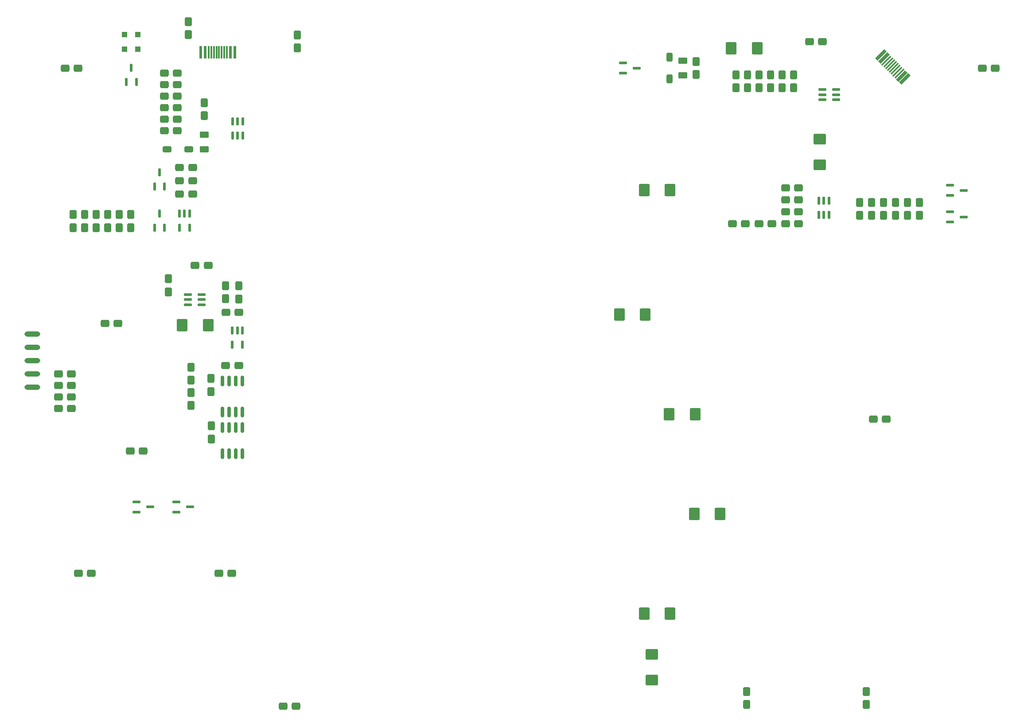
<source format=gtp>
G04 #@! TF.GenerationSoftware,KiCad,Pcbnew,7.0.1*
G04 #@! TF.CreationDate,2023-07-18T11:36:22-07:00*
G04 #@! TF.ProjectId,keyboard-left,6b657962-6f61-4726-942d-6c6566742e6b,rev?*
G04 #@! TF.SameCoordinates,Original*
G04 #@! TF.FileFunction,Paste,Top*
G04 #@! TF.FilePolarity,Positive*
%FSLAX46Y46*%
G04 Gerber Fmt 4.6, Leading zero omitted, Abs format (unit mm)*
G04 Created by KiCad (PCBNEW 7.0.1) date 2023-07-18 11:36:22*
%MOMM*%
%LPD*%
G01*
G04 APERTURE LIST*
G04 Aperture macros list*
%AMRoundRect*
0 Rectangle with rounded corners*
0 $1 Rounding radius*
0 $2 $3 $4 $5 $6 $7 $8 $9 X,Y pos of 4 corners*
0 Add a 4 corners polygon primitive as box body*
4,1,4,$2,$3,$4,$5,$6,$7,$8,$9,$2,$3,0*
0 Add four circle primitives for the rounded corners*
1,1,$1+$1,$2,$3*
1,1,$1+$1,$4,$5*
1,1,$1+$1,$6,$7*
1,1,$1+$1,$8,$9*
0 Add four rect primitives between the rounded corners*
20,1,$1+$1,$2,$3,$4,$5,0*
20,1,$1+$1,$4,$5,$6,$7,0*
20,1,$1+$1,$6,$7,$8,$9,0*
20,1,$1+$1,$8,$9,$2,$3,0*%
%AMRotRect*
0 Rectangle, with rotation*
0 The origin of the aperture is its center*
0 $1 length*
0 $2 width*
0 $3 Rotation angle, in degrees counterclockwise*
0 Add horizontal line*
21,1,$1,$2,0,0,$3*%
G04 Aperture macros list end*
%ADD10RoundRect,0.250000X-0.300000X0.300000X-0.300000X-0.300000X0.300000X-0.300000X0.300000X0.300000X0*%
%ADD11RoundRect,0.350000X-0.500500X-0.350000X0.500500X-0.350000X0.500500X0.350000X-0.500500X0.350000X0*%
%ADD12RoundRect,0.123750X0.123750X-0.656250X0.123750X0.656250X-0.123750X0.656250X-0.123750X-0.656250X0*%
%ADD13RoundRect,0.300000X0.550500X0.300000X-0.550500X0.300000X-0.550500X-0.300000X0.550500X-0.300000X0*%
%ADD14RoundRect,0.350000X0.350000X-0.500500X0.350000X0.500500X-0.350000X0.500500X-0.350000X-0.500500X0*%
%ADD15RoundRect,0.150000X0.150000X-0.825000X0.150000X0.825000X-0.150000X0.825000X-0.150000X-0.825000X0*%
%ADD16RoundRect,0.350000X0.500500X0.350000X-0.500500X0.350000X-0.500500X-0.350000X0.500500X-0.350000X0*%
%ADD17RoundRect,0.250000X0.625000X-0.375000X0.625000X0.375000X-0.625000X0.375000X-0.625000X-0.375000X0*%
%ADD18RoundRect,0.123750X-0.656250X-0.123750X0.656250X-0.123750X0.656250X0.123750X-0.656250X0.123750X0*%
%ADD19RoundRect,0.350000X-0.350000X0.500500X-0.350000X-0.500500X0.350000X-0.500500X0.350000X0.500500X0*%
%ADD20RoundRect,0.250000X0.787500X0.925000X-0.787500X0.925000X-0.787500X-0.925000X0.787500X-0.925000X0*%
%ADD21RoundRect,0.123750X-0.123750X0.656250X-0.123750X-0.656250X0.123750X-0.656250X0.123750X0.656250X0*%
%ADD22RotRect,0.600000X2.450000X135.000000*%
%ADD23RotRect,0.300000X2.450000X135.000000*%
%ADD24RoundRect,0.300000X-0.300000X0.550500X-0.300000X-0.550500X0.300000X-0.550500X0.300000X0.550500X0*%
%ADD25R,0.600000X2.450000*%
%ADD26R,0.300000X2.450000*%
%ADD27O,3.000000X1.000000*%
%ADD28RoundRect,0.250000X0.925000X-0.787500X0.925000X0.787500X-0.925000X0.787500X-0.925000X-0.787500X0*%
G04 APERTURE END LIST*
D10*
X27940000Y-3767900D03*
X27940000Y-6567900D03*
D11*
X146577000Y-39878000D03*
X149079000Y-39878000D03*
D12*
X46040000Y-23020000D03*
X46990000Y-23020000D03*
X47940000Y-23020000D03*
X47940000Y-20320000D03*
X46990000Y-20320000D03*
X46040000Y-20320000D03*
D13*
X37611000Y-25660000D03*
X33509000Y-25660000D03*
D14*
X146640000Y-13951000D03*
X146640000Y-11449000D03*
X177292000Y-38335000D03*
X177292000Y-35833000D03*
D15*
X44069000Y-75873000D03*
X45339000Y-75873000D03*
X46609000Y-75873000D03*
X47879000Y-75873000D03*
X47879000Y-69923000D03*
X46609000Y-69923000D03*
X45339000Y-69923000D03*
X44069000Y-69923000D03*
D16*
X24111000Y-58928000D03*
X21609000Y-58928000D03*
D14*
X168148000Y-38335000D03*
X168148000Y-35833000D03*
D17*
X132080000Y-11560000D03*
X132080000Y-8760000D03*
D16*
X15221000Y-72980000D03*
X12719000Y-72980000D03*
D18*
X183054000Y-32578000D03*
X183054000Y-34478000D03*
X185754000Y-33528000D03*
D19*
X33704500Y-50419300D03*
X33704500Y-52921300D03*
D14*
X22180000Y-40640000D03*
X22180000Y-38138000D03*
D18*
X37434500Y-53461300D03*
X37434500Y-54411300D03*
X37434500Y-55361300D03*
X40134500Y-55361300D03*
X40134500Y-54411300D03*
X40134500Y-53461300D03*
D11*
X151657000Y-35306000D03*
X154159000Y-35306000D03*
D18*
X27612000Y-93096000D03*
X27612000Y-94996000D03*
X30312000Y-94046000D03*
D11*
X151657000Y-33020000D03*
X154159000Y-33020000D03*
D19*
X58420000Y-3829000D03*
X58420000Y-6331000D03*
D11*
X26435000Y-83312000D03*
X28937000Y-83312000D03*
D20*
X146226500Y-6350000D03*
X141301500Y-6350000D03*
D21*
X37780000Y-37940000D03*
X36830000Y-37940000D03*
X35880000Y-37940000D03*
X35880000Y-40640000D03*
X37780000Y-40640000D03*
D14*
X148840000Y-13951000D03*
X148840000Y-11449000D03*
X144440000Y-13951000D03*
X144440000Y-11449000D03*
D19*
X41952000Y-78516000D03*
X41952000Y-81018000D03*
D14*
X142240000Y-13951000D03*
X142240000Y-11449000D03*
D11*
X141497000Y-39878000D03*
X143999000Y-39878000D03*
D12*
X25720000Y-12780000D03*
X27620000Y-12780000D03*
X26670000Y-10080000D03*
D22*
X174450579Y-12228259D03*
X173902572Y-11680252D03*
D23*
X173054043Y-10831724D03*
X172346937Y-10124617D03*
X171993383Y-9771063D03*
D22*
X169889741Y-7667421D03*
X170437748Y-8215428D03*
D23*
X170932723Y-8710403D03*
X171639830Y-9417510D03*
X172700490Y-10478170D03*
X173407597Y-11185277D03*
X171286276Y-9063957D03*
D14*
X17780000Y-40640000D03*
X17780000Y-38138000D03*
X170434000Y-38335000D03*
X170434000Y-35833000D03*
D16*
X15221000Y-70780000D03*
X12719000Y-70780000D03*
D14*
X134620000Y-11411000D03*
X134620000Y-8909000D03*
D19*
X144272000Y-129305000D03*
X144272000Y-131807000D03*
D16*
X15221000Y-75180000D03*
X12719000Y-75180000D03*
D14*
X153240000Y-13951000D03*
X153240000Y-11449000D03*
D18*
X120570000Y-9210000D03*
X120570000Y-11110000D03*
X123270000Y-10160000D03*
D20*
X41324500Y-59271300D03*
X36399500Y-59271300D03*
D16*
X45866000Y-106680000D03*
X43364000Y-106680000D03*
D14*
X19980000Y-40640000D03*
X19980000Y-38138000D03*
D17*
X40640000Y-25660000D03*
X40640000Y-22860000D03*
D14*
X172720000Y-38335000D03*
X172720000Y-35833000D03*
D11*
X32969000Y-15539000D03*
X35471000Y-15539000D03*
X151657000Y-37592000D03*
X154159000Y-37592000D03*
D24*
X129540000Y-8109000D03*
X129540000Y-12211000D03*
D11*
X13989000Y-10160000D03*
X16491000Y-10160000D03*
X32969000Y-19939000D03*
X35471000Y-19939000D03*
D14*
X26580000Y-40640000D03*
X26580000Y-38138000D03*
D19*
X41910000Y-69489600D03*
X41910000Y-71991600D03*
D14*
X151040000Y-13951000D03*
X151040000Y-11449000D03*
X40640000Y-19272000D03*
X40640000Y-16770000D03*
D11*
X35899000Y-31670000D03*
X38401000Y-31670000D03*
X38822500Y-47841300D03*
X41324500Y-47841300D03*
X32969000Y-22139000D03*
X35471000Y-22139000D03*
X189249000Y-10160000D03*
X191751000Y-10160000D03*
X32969000Y-13339000D03*
X35471000Y-13339000D03*
D16*
X170923000Y-77216000D03*
X168421000Y-77216000D03*
D18*
X158670000Y-14290000D03*
X158670000Y-15240000D03*
X158670000Y-16190000D03*
X161370000Y-16190000D03*
X161370000Y-15240000D03*
X161370000Y-14290000D03*
D11*
X16529000Y-106680000D03*
X19031000Y-106680000D03*
D19*
X167132000Y-129305000D03*
X167132000Y-131807000D03*
D14*
X24380000Y-40640000D03*
X24380000Y-38138000D03*
X38100000Y-69831000D03*
X38100000Y-67329000D03*
D11*
X44745000Y-56818000D03*
X47247000Y-56818000D03*
X44707000Y-66978000D03*
X47209000Y-66978000D03*
X32969000Y-11139000D03*
X35471000Y-11139000D03*
D12*
X158054000Y-38180000D03*
X159004000Y-38180000D03*
X159954000Y-38180000D03*
X159954000Y-35480000D03*
X159004000Y-35480000D03*
X158054000Y-35480000D03*
D18*
X183054000Y-37658000D03*
X183054000Y-39558000D03*
X185754000Y-38608000D03*
D14*
X44707000Y-54240000D03*
X44707000Y-51738000D03*
D16*
X158731000Y-5080000D03*
X156229000Y-5080000D03*
D12*
X31120000Y-32760000D03*
X33020000Y-32760000D03*
X32070000Y-30060000D03*
D11*
X35880000Y-34210000D03*
X38382000Y-34210000D03*
D14*
X15580000Y-40640000D03*
X15580000Y-38138000D03*
X175006000Y-38335000D03*
X175006000Y-35833000D03*
D25*
X46405000Y-7166000D03*
X45630000Y-7166000D03*
D26*
X44430000Y-7166000D03*
X43430000Y-7166000D03*
X42930000Y-7166000D03*
D25*
X39955000Y-7166000D03*
X40730000Y-7166000D03*
D26*
X41430000Y-7166000D03*
X42430000Y-7166000D03*
X43930000Y-7166000D03*
X44930000Y-7166000D03*
X41930000Y-7166000D03*
D15*
X44069000Y-83823000D03*
X45339000Y-83823000D03*
X46609000Y-83823000D03*
X47879000Y-83823000D03*
X47879000Y-78873000D03*
X46609000Y-78873000D03*
X45339000Y-78873000D03*
X44069000Y-78873000D03*
D19*
X38100000Y-72155000D03*
X38100000Y-74657000D03*
D11*
X35880000Y-29130000D03*
X38382000Y-29130000D03*
X32969000Y-17739000D03*
X35471000Y-17739000D03*
X151657000Y-39878000D03*
X154159000Y-39878000D03*
D18*
X35232000Y-93096000D03*
X35232000Y-94996000D03*
X37932000Y-94046000D03*
D10*
X25400000Y-3767900D03*
X25400000Y-6567900D03*
D16*
X15221000Y-68580000D03*
X12719000Y-68580000D03*
D14*
X47247000Y-54278000D03*
X47247000Y-51776000D03*
D27*
X7730000Y-60960000D03*
X7730000Y-63500000D03*
X7730000Y-66040000D03*
X7730000Y-68580000D03*
X7730000Y-71120000D03*
D21*
X47877000Y-60288000D03*
X46927000Y-60288000D03*
X45977000Y-60288000D03*
X45977000Y-62988000D03*
X47877000Y-62988000D03*
D28*
X158242000Y-28624500D03*
X158242000Y-23699500D03*
D11*
X55645000Y-132080000D03*
X58147000Y-132080000D03*
D12*
X31120000Y-40640000D03*
X33020000Y-40640000D03*
X32070000Y-37940000D03*
D14*
X37592000Y-3791000D03*
X37592000Y-1289000D03*
X165862000Y-38335000D03*
X165862000Y-35833000D03*
D20*
X134383800Y-76310000D03*
X129458800Y-76310000D03*
D28*
X126100000Y-127092500D03*
X126100000Y-122167500D03*
D20*
X124858800Y-57260000D03*
X119933800Y-57260000D03*
X129621300Y-114410000D03*
X124696300Y-114410000D03*
X129621300Y-33447500D03*
X124696300Y-33447500D03*
X139146300Y-95360000D03*
X134221300Y-95360000D03*
M02*

</source>
